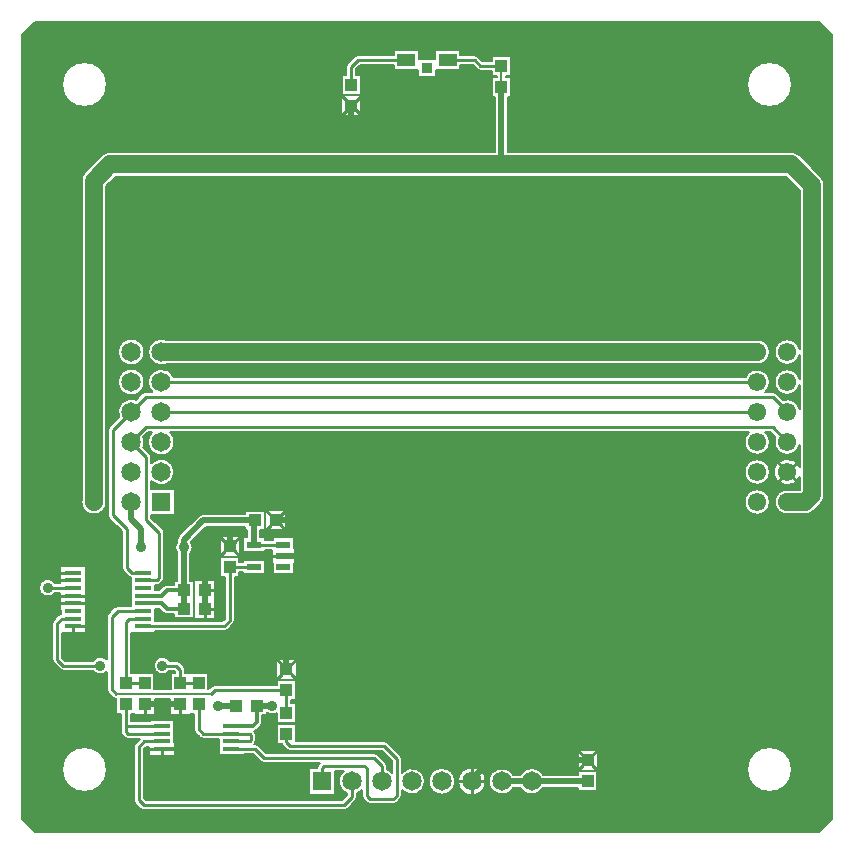
<source format=gbr>
G04 DesignSpark PCB PRO Gerber Version 10.0 Build 5299*
G04 #@! TF.Part,Single*
G04 #@! TF.FileFunction,Copper,L1,Top*
G04 #@! TF.FilePolarity,Positive*
%FSLAX36Y36*%
%MOIN*%
G04 #@! TA.AperFunction,SMDPad,CuDef*
%ADD75R,0.03937X0.04291*%
%ADD103R,0.03543X0.03543*%
G04 #@! TA.AperFunction,ComponentPad*
%ADD15R,0.06496X0.06496*%
G04 #@! TD.AperFunction*
%ADD26C,0.00500*%
%ADD10C,0.00787*%
%ADD14C,0.00984*%
%ADD11C,0.01000*%
%ADD99C,0.01181*%
%ADD73C,0.01969*%
G04 #@! TA.AperFunction,ViaPad*
%ADD12C,0.03543*%
G04 #@! TD.AperFunction*
%ADD100C,0.05906*%
G04 #@! TA.AperFunction,ViaPad*
%ADD101C,0.06000*%
G04 #@! TA.AperFunction,ComponentPad*
%ADD17C,0.06102*%
%ADD16C,0.06496*%
G04 #@! TA.AperFunction,SMDPad,CuDef*
%ADD104R,0.05807X0.01772*%
%ADD105R,0.04724X0.02362*%
%ADD81R,0.04291X0.03937*%
%ADD102R,0.05906X0.04331*%
G04 #@! TA.AperFunction,ComponentPad*
%ADD115C,0.39370*%
G04 #@! TD.AperFunction*
X0Y0D02*
D02*
D10*
X69744Y2689839D02*
Y73941D01*
X113311Y30374D01*
X2729209D01*
X2772776Y73941D01*
Y2689839D01*
X2729209Y2733406D01*
X113311D01*
X69744Y2689839D01*
X2733937Y2216256D02*
G75*
G02*
X2746063Y2187008I-29217J-29252D01*
G01*
Y1155512D01*
G75*
G02*
X2733937Y1126264I-41343J4D01*
G01*
X2710350Y1102677D01*
G75*
G02*
X2681102Y1090551I-29252J29217D01*
G01*
X2631122D01*
G75*
G02*
X2579724Y1131890I-9075J41339D01*
G01*
G75*
G02*
X2631122Y1173228I42323J0D01*
G01*
X2663386D01*
Y1215555D01*
G75*
G02*
X2577598Y1231890I-41339J16335D01*
G01*
G75*
G02*
X2663386Y1248224I44449J0D01*
G01*
Y1322815D01*
G75*
G02*
X2579724Y1331890I-41339J9075D01*
G01*
G75*
G02*
X2582728Y1347547I42327J-4D01*
G01*
X2566299Y1363976D01*
X2549646D01*
G75*
G02*
X2564370Y1331890I-27598J-32087D01*
G01*
G75*
G02*
X2479724I-42323J0D01*
G01*
G75*
G02*
X2494449Y1363976I42323J0D01*
G01*
X565965D01*
G75*
G02*
X579724Y1331890I-30531J-32087D01*
G01*
G75*
G02*
X491142I-44291J0D01*
G01*
G75*
G02*
X504902Y1363976I44291J0D01*
G01*
X490000D01*
X475906Y1349882D01*
G75*
G02*
X476264Y1314724I-40472J-17992D01*
G01*
X498031Y1292953D01*
G75*
G02*
X502953Y1281102I-11811J-11854D01*
G01*
Y1262004D01*
G75*
G02*
X579724Y1231890I32480J-30114D01*
G01*
G75*
G02*
X502953Y1201776I-44291J0D01*
G01*
Y1176181D01*
X579724D01*
Y1087598D01*
X502953D01*
Y1079764D01*
X541339Y1041378D01*
G75*
G02*
X546260Y1029528I-11811J-11854D01*
G01*
Y879921D01*
G75*
G02*
X541339Y868071I-16732J4D01*
G01*
X532520Y859252D01*
G75*
G02*
X520669Y854331I-11854J11811D01*
G01*
X514783D01*
Y837598D01*
X529079D01*
X542583Y851102D01*
G75*
G02*
X555118Y856299I12535J-12520D01*
G01*
X577402D01*
Y870079D01*
X589016D01*
Y960240D01*
G75*
G02*
Y1000390I21654J20075D01*
G01*
Y1006339D01*
G75*
G02*
X595358Y1021650I21654J0D01*
G01*
X659886Y1086177D01*
G75*
G02*
X675220Y1092520I15311J-15311D01*
G01*
X813622D01*
Y1102362D01*
X880157D01*
Y1039370D01*
X866142D01*
Y1013780D01*
X879921D01*
Y1006890D01*
X907480D01*
Y1013780D01*
X978346D01*
Y978504D01*
X980472D01*
Y927008D01*
X978346D01*
Y891732D01*
X907480D01*
Y927008D01*
X905354D01*
Y973425D01*
X879921D01*
Y966535D01*
X809055D01*
Y1013780D01*
X822835D01*
Y1039370D01*
X813622D01*
Y1049213D01*
X684165D01*
X633720Y998768D01*
G75*
G02*
X632323Y960240I-23051J-18453D01*
G01*
Y870079D01*
X643937D01*
Y744094D01*
X577402D01*
Y757874D01*
X555118D01*
G75*
G02*
X542583Y763071I0J17717D01*
G01*
X529079Y776575D01*
X514783D01*
Y734252D01*
X738150D01*
X747047Y743150D01*
Y880551D01*
X732283D01*
Y947087D01*
X795276D01*
Y932087D01*
X809055D01*
Y938976D01*
X879921D01*
Y891732D01*
X809055D01*
Y898622D01*
X795276D01*
Y880551D01*
X780512D01*
Y736256D01*
G75*
G02*
Y736228I-7933J-12D01*
G01*
G75*
G02*
Y736220I-6835J-4D01*
G01*
G75*
G02*
X775610Y724390I-16732J0D01*
G01*
X756909Y705689D01*
G75*
G02*
X745043Y700787I-11835J11831D01*
G01*
X514783D01*
Y696850D01*
X434055D01*
Y560394D01*
X511811D01*
Y507874D01*
X566929D01*
Y560394D01*
X581693D01*
Y565906D01*
X577717Y569882D01*
X563701D01*
G75*
G02*
X509843Y586614I-24331J16732D01*
G01*
G75*
G02*
X563701Y603346I29528J0D01*
G01*
X584646D01*
G75*
G02*
X596496Y598425I-4J-16732D01*
G01*
X610236Y584685D01*
G75*
G02*
X615157Y572835I-11811J-11854D01*
G01*
Y560394D01*
X692913D01*
Y507913D01*
X701201Y516201D01*
G75*
G02*
X713067Y521102I11835J-11831D01*
G01*
X921260D01*
Y537638D01*
X984252D01*
Y471102D01*
X969488D01*
Y461969D01*
X984252D01*
Y395433D01*
X921260D01*
Y427780D01*
G75*
G02*
X887165Y429618I-15748J24976D01*
G01*
Y421260D01*
X871614D01*
Y397638D01*
G75*
G02*
X866417Y385102I-17717J0D01*
G01*
X853638Y372323D01*
G75*
G02*
X845063Y367575I-12535J12524D01*
G01*
X846457Y366181D01*
G75*
G02*
X851378Y354331I-11811J-11854D01*
G01*
Y338583D01*
G75*
G02*
X846457Y326732I-16732J4D01*
G01*
X844528Y324803D01*
X849409D01*
G75*
G02*
X861260Y319882I-4J-16732D01*
G01*
X884882Y296260D01*
X1243272D01*
G75*
G02*
X1255138Y291358I31J-16732D01*
G01*
X1282697Y263799D01*
G75*
G02*
X1287598Y251969I-11831J-11831D01*
G01*
G75*
G02*
Y251961I-6835J-4D01*
G01*
G75*
G02*
Y251933I-7933J-12D01*
G01*
Y241795D01*
G75*
G02*
X1304134Y230028I-16728J-41008D01*
G01*
Y268661D01*
X1270630Y302165D01*
X964567D01*
G75*
G02*
X952717Y307087I4J16732D01*
G01*
X940945Y318858D01*
G75*
G02*
X936878Y325433I11811J11850D01*
G01*
X921260D01*
Y391969D01*
X984252D01*
Y335630D01*
X1277559D01*
G75*
G02*
X1289409Y330709I-4J-16732D01*
G01*
X1332677Y287441D01*
G75*
G02*
X1337598Y275591I-11811J-11854D01*
G01*
Y230028D01*
G75*
G02*
X1415157Y200787I33268J-29240D01*
G01*
G75*
G02*
X1337598Y171547I-44291J0D01*
G01*
Y153543D01*
G75*
G02*
X1332677Y141693I-16732J4D01*
G01*
X1320906Y129921D01*
G75*
G02*
X1309055Y125000I-11854J11811D01*
G01*
X1232283D01*
G75*
G02*
X1220433Y129921I4J16732D01*
G01*
X1208661Y141693D01*
G75*
G02*
X1203740Y153543I11811J11854D01*
G01*
Y171106D01*
G75*
G02*
X1187598Y159780I-32874J29685D01*
G01*
Y147244D01*
G75*
G02*
X1182677Y135394I-16732J4D01*
G01*
X1157520Y110236D01*
G75*
G02*
X1145669Y105315I-11854J11811D01*
G01*
X476413D01*
G75*
G02*
X464547Y110217I-31J16732D01*
G01*
X448799Y125965D01*
G75*
G02*
X443898Y137795I11831J11831D01*
G01*
G75*
G02*
Y137803I6835J4D01*
G01*
G75*
G02*
Y137831I7933J16D01*
G01*
Y314925D01*
G75*
G02*
Y314953I7933J16D01*
G01*
G75*
G02*
Y314961I6835J4D01*
G01*
G75*
G02*
X448799Y326791I16732J0D01*
G01*
X464528Y342520D01*
X424248D01*
G75*
G02*
X412382Y347421I-31J16732D01*
G01*
X405492Y354311D01*
G75*
G02*
X400591Y366142I11831J11831D01*
G01*
G75*
G02*
Y366150I6835J4D01*
G01*
G75*
G02*
Y366177I7933J16D01*
G01*
Y423858D01*
X385827D01*
Y475394D01*
G75*
G02*
X373996Y480295I0J16732D01*
G01*
X358248Y496043D01*
G75*
G02*
X353346Y507874I11831J11831D01*
G01*
G75*
G02*
Y507882I6835J4D01*
G01*
G75*
G02*
Y507909I7933J16D01*
G01*
Y565528D01*
G75*
G02*
X308346Y569882I-20669J21087D01*
G01*
X208661D01*
G75*
G02*
X196811Y574803I4J16732D01*
G01*
X177165Y594449D01*
G75*
G02*
X172244Y606299I11811J11854D01*
G01*
Y728346D01*
G75*
G02*
X177165Y740197I16732J-4D01*
G01*
X191890Y754921D01*
G75*
G02*
X201752Y759724I11854J-11811D01*
G01*
Y771496D01*
X199626D01*
Y828740D01*
X181811D01*
G75*
G02*
X127953Y845472I-24331J16732D01*
G01*
G75*
G02*
X181811Y862205I29528J0D01*
G01*
X199626D01*
Y919449D01*
X285571D01*
Y848268D01*
X283445D01*
Y842677D01*
X285571D01*
Y771496D01*
X283445D01*
Y740315D01*
X285571D01*
Y694724D01*
X205709D01*
Y613228D01*
X215591Y603346D01*
X308346D01*
G75*
G02*
X353346Y607701I24331J-16732D01*
G01*
Y748031D01*
G75*
G02*
X358268Y759882I16732J-4D01*
G01*
X378898Y780512D01*
G75*
G02*
X390748Y785433I11854J-11811D01*
G01*
X433091D01*
Y880386D01*
G75*
G02*
X425177Y884823I3921J16268D01*
G01*
X409429Y900571D01*
G75*
G02*
X404528Y912402I11831J11831D01*
G01*
G75*
G02*
Y912409I6835J4D01*
G01*
G75*
G02*
Y912437I7933J16D01*
G01*
Y1034409D01*
X362205Y1076732D01*
G75*
G02*
X357283Y1088583I11811J11854D01*
G01*
Y1370472D01*
G75*
G02*
X362205Y1382323I16732J-4D01*
G01*
X394602Y1414724D01*
G75*
G02*
X451476Y1473173I40831J17165D01*
G01*
X472402Y1494094D01*
G75*
G02*
X484252Y1499016I11854J-11811D01*
G01*
X505752D01*
G75*
G02*
X491142Y1531890I29681J32874D01*
G01*
G75*
G02*
X576441Y1548622I44291J0D01*
G01*
X2483173D01*
G75*
G02*
X2564370Y1531890I38874J-16732D01*
G01*
G75*
G02*
X2548705Y1499016I-42323J0D01*
G01*
X2573622D01*
G75*
G02*
X2585472Y1494094I-4J-16732D01*
G01*
X2607819Y1471748D01*
G75*
G02*
X2663386Y1440965I14228J-39858D01*
G01*
Y1522815D01*
G75*
G02*
X2579724Y1531890I-41339J9075D01*
G01*
G75*
G02*
X2663386Y1540965I42323J0D01*
G01*
Y1622815D01*
G75*
G02*
X2579724Y1631890I-41339J9075D01*
G01*
G75*
G02*
X2663386Y1640965I42323J0D01*
G01*
Y2169886D01*
X2616736Y2216535D01*
X383264D01*
X352362Y2185634D01*
Y1138157D01*
G75*
G02*
X352835Y1131890I-41343J-6268D01*
G01*
G75*
G02*
X269213I-41811J0D01*
G01*
G75*
G02*
X269685Y1138157I41815J0D01*
G01*
Y2202756D01*
G75*
G02*
X281811Y2232004I41343J-4D01*
G01*
X336894Y2287087D01*
G75*
G02*
X366142Y2299213I29252J-29217D01*
G01*
X1647638D01*
Y2482913D01*
X1637795D01*
Y2549449D01*
X1654980D01*
Y2552913D01*
X1637795D01*
Y2569449D01*
X1598894D01*
G75*
G02*
X1587028Y2574350I-31J16732D01*
G01*
X1573780Y2587598D01*
X1531496D01*
Y2570866D01*
X1450787D01*
Y2549213D01*
X1391732D01*
Y2570866D01*
X1311024D01*
Y2587598D01*
X1197874D01*
X1186024Y2575748D01*
Y2556457D01*
X1200787D01*
Y2489921D01*
X1137795D01*
Y2556457D01*
X1152559D01*
Y2582642D01*
G75*
G02*
Y2582669I7933J16D01*
G01*
G75*
G02*
Y2582677I6835J4D01*
G01*
G75*
G02*
X1157461Y2594508I16732J0D01*
G01*
X1179114Y2616161D01*
G75*
G02*
X1190980Y2621063I11835J-11831D01*
G01*
X1311024D01*
Y2637795D01*
X1393701D01*
Y2608268D01*
X1448819D01*
Y2637795D01*
X1531496D01*
Y2621063D01*
X1580673D01*
G75*
G02*
X1592539Y2616161I31J-16732D01*
G01*
X1605787Y2602913D01*
X1637795D01*
Y2619449D01*
X1700787D01*
Y2552913D01*
X1683602D01*
Y2549449D01*
X1700787D01*
Y2482913D01*
X1690945D01*
Y2299213D01*
X2633858D01*
G75*
G02*
X2663106Y2287087I-4J-41343D01*
G01*
X2733937Y2216256D01*
X391142Y1531890D02*
G75*
G02*
X479724I44291J0D01*
G01*
G75*
G02*
X391142I-44291J0D01*
G01*
Y1631890D02*
G75*
G02*
X479724I44291J0D01*
G01*
G75*
G02*
X391142I-44291J0D01*
G01*
X2512972Y1673228D02*
G75*
G02*
X2564370Y1631890I9075J-41339D01*
G01*
G75*
G02*
X2512972Y1590551I-42323J0D01*
G01*
X551335D01*
G75*
G02*
X491142Y1631890I-15902J41339D01*
G01*
G75*
G02*
X551335Y1673228I44291J0D01*
G01*
X2512972D01*
X881496Y1104488D02*
X952283D01*
Y1037244D01*
X881496D01*
Y1104488D01*
X1426575Y200787D02*
G75*
G02*
X1515157I44291J0D01*
G01*
G75*
G02*
X1426575I-44291J0D01*
G01*
X1524449D02*
G75*
G02*
X1617283I46417J0D01*
G01*
G75*
G02*
X1524449I-46417J0D01*
G01*
X1925197Y234488D02*
X1988189D01*
Y167953D01*
X1925197D01*
Y179134D01*
X1809504D01*
G75*
G02*
X1732228I-38638J21654D01*
G01*
X1709504D01*
G75*
G02*
X1626575Y200787I-38638J21654D01*
G01*
G75*
G02*
X1709504Y222441I44291J0D01*
G01*
X1732228D01*
G75*
G02*
X1809504I38638J-21654D01*
G01*
X1925197D01*
Y234488D01*
X1923071Y306614D02*
X1990315D01*
Y235827D01*
X1923071D01*
Y306614D01*
X2479724Y1131890D02*
G75*
G02*
X2564370I42323J0D01*
G01*
G75*
G02*
X2479724I-42323J0D01*
G01*
X2488189Y240157D02*
G75*
G02*
X2637795I74803J0D01*
G01*
G75*
G02*
X2488189I-74803J0D01*
G01*
X2479724Y1231890D02*
G75*
G02*
X2564370I42323J0D01*
G01*
G75*
G02*
X2479724I-42323J0D01*
G01*
X919134Y609764D02*
X986378D01*
Y538976D01*
X919134D01*
Y609764D01*
X730157Y1019213D02*
X797402D01*
Y948425D01*
X730157D01*
Y1019213D01*
X645276Y872205D02*
X716063D01*
Y741969D01*
X645276D01*
Y872205D01*
X204724Y240157D02*
G75*
G02*
X354331I74803J0D01*
G01*
G75*
G02*
X204724I-74803J0D01*
G01*
Y2523622D02*
G75*
G02*
X354331I74803J0D01*
G01*
G75*
G02*
X204724I-74803J0D01*
G01*
X1135669Y2488583D02*
X1202913D01*
Y2417795D01*
X1135669D01*
Y2488583D01*
X2488189Y2523622D02*
G75*
G02*
X2637795I74803J0D01*
G01*
G75*
G02*
X2488189I-74803J0D01*
G01*
X73681Y200787D02*
G36*
X73681Y200787D02*
Y70004D01*
X109374Y34311D01*
X2733146D01*
X2768839Y70004D01*
Y200787D01*
X2626594D01*
G75*
G02*
X2499390I-63602J39370D01*
G01*
X1988189D01*
Y167953D01*
X1925197D01*
Y179134D01*
X1809504D01*
G75*
G02*
X1732228I-38638J21654D01*
G01*
X1709504D01*
G75*
G02*
X1626575Y200787I-38638J21654D01*
G01*
X1617283D01*
G75*
G02*
X1524449I-46417J0D01*
G01*
X1515157D01*
G75*
G02*
X1426575I-44291J0D01*
G01*
X1415157D01*
G75*
G02*
Y200783I-112787J0D01*
G01*
G75*
G02*
X1337598Y171547I-44291J0D01*
G01*
Y153543D01*
G75*
G02*
X1332677Y141693I-16728J0D01*
G01*
X1320906Y129921D01*
G75*
G02*
X1309055Y125000I-11850J11803D01*
G01*
X1232283D01*
G75*
G02*
X1220433Y129921I0J16724D01*
G01*
X1208661Y141693D01*
G75*
G02*
X1203740Y153543I11807J11850D01*
G01*
Y171106D01*
G75*
G02*
X1187598Y159780I-32850J29650D01*
G01*
Y147244D01*
G75*
G02*
X1182677Y135394I-16728J0D01*
G01*
X1157520Y110236D01*
G75*
G02*
X1145669Y105315I-11850J11803D01*
G01*
X476413D01*
G75*
G02*
X464547Y110217I-31J16740D01*
G01*
X448799Y125965D01*
G75*
G02*
X443898Y137795I11854J11843D01*
G01*
Y137803D01*
Y137831D01*
Y200787D01*
X343130D01*
G75*
G02*
X215925I-63602J39370D01*
G01*
X73681D01*
G37*
Y271220D02*
G36*
X73681Y271220D02*
Y200787D01*
X215925D01*
G75*
G02*
X204724Y240157I63606J39374D01*
G01*
G75*
G02*
X211480Y271220I74807J-4D01*
G01*
X73681D01*
G37*
X354331Y240157D02*
G36*
X354331Y240157D02*
G75*
G02*
X343130Y200787I-74807J4D01*
G01*
X443898D01*
Y271220D01*
X347575D01*
G75*
G02*
X354331Y240157I-68051J-31067D01*
G01*
G37*
X1275276Y271220D02*
G36*
X1275276Y271220D02*
X1282697Y263799D01*
G75*
G02*
X1287598Y251969I-11854J-11843D01*
G01*
Y251961D01*
Y251933D01*
Y241795D01*
G75*
G02*
X1304134Y230028I-16728J-41008D01*
G01*
Y268661D01*
X1301575Y271220D01*
X1275276D01*
G37*
X1337598D02*
G36*
X1337598Y271220D02*
Y230028D01*
G75*
G02*
X1415157Y200791I33268J-29236D01*
G01*
G75*
G02*
Y200787I-112787J0D01*
G01*
X1426575D01*
G75*
G02*
X1515157I44291J0D01*
G01*
X1524449D01*
G75*
G02*
X1617283I46417J0D01*
G01*
X1626575D01*
G75*
G02*
X1709504Y222441I44291J0D01*
G01*
X1732228D01*
G75*
G02*
X1809504I38638J-21654D01*
G01*
X1925197D01*
Y234488D01*
X1988189D01*
Y200787D01*
X2499390D01*
G75*
G02*
X2488189Y240157I63606J39374D01*
G01*
G75*
G02*
X2494945Y271220I74807J-4D01*
G01*
X1990315D01*
Y235827D01*
X1923071D01*
Y271220D01*
X1337598D01*
G37*
X2637795Y240157D02*
G36*
X2637795Y240157D02*
G75*
G02*
X2626594Y200787I-74807J4D01*
G01*
X2768839D01*
Y271220D01*
X2631039D01*
G75*
G02*
X2637795Y240157I-68051J-31067D01*
G01*
G37*
X73681Y574370D02*
G36*
X73681Y574370D02*
Y271220D01*
X211480D01*
G75*
G02*
X347575I68047J-31063D01*
G01*
X443898D01*
Y314925D01*
Y314953D01*
Y314961D01*
G75*
G02*
X448799Y326791I16756J-12D01*
G01*
X464528Y342520D01*
X424248D01*
G75*
G02*
X412382Y347421I-31J16740D01*
G01*
X405492Y354311D01*
G75*
G02*
X400591Y366142I11854J11843D01*
G01*
Y366150D01*
Y366177D01*
Y423858D01*
X385827D01*
Y475394D01*
G75*
G02*
X373996Y480295I12J16756D01*
G01*
X358248Y496043D01*
G75*
G02*
X353346Y507874I11854J11843D01*
G01*
Y507882D01*
Y507909D01*
Y565528D01*
G75*
G02*
X308346Y569882I-20669J21091D01*
G01*
X208661D01*
G75*
G02*
X197260Y574370I0J16724D01*
G01*
X73681D01*
G37*
X434055D02*
G36*
X434055Y574370D02*
Y560394D01*
X511811D01*
Y507874D01*
X566929D01*
Y560394D01*
X581693D01*
Y565906D01*
X577717Y569882D01*
X563701D01*
G75*
G02*
X512500Y574370I-24331J16736D01*
G01*
X434055D01*
G37*
X615157Y572835D02*
G36*
X615157Y572835D02*
Y560394D01*
X692913D01*
Y507913D01*
X701201Y516201D01*
G75*
G02*
X713067Y521102I11835J-11839D01*
G01*
X921260D01*
Y537638D01*
X984252D01*
Y471102D01*
X969488D01*
Y461969D01*
X984252D01*
Y395433D01*
X921260D01*
Y427780D01*
G75*
G02*
X887165Y429618I-15748J24980D01*
G01*
Y421260D01*
X871614D01*
Y397638D01*
G75*
G02*
X866417Y385102I-17720J0D01*
G01*
X853638Y372323D01*
G75*
G02*
X845063Y367575I-12520J12492D01*
G01*
X846457Y366181D01*
G75*
G02*
X851378Y354331I-11807J-11850D01*
G01*
Y338583D01*
G75*
G02*
X846457Y326732I-16728J0D01*
G01*
X844528Y324803D01*
X849409D01*
G75*
G02*
X861260Y319882I0J-16724D01*
G01*
X884882Y296260D01*
X1243272D01*
G75*
G02*
X1255138Y291358I31J-16740D01*
G01*
X1275276Y271220D01*
X1301575D01*
X1270630Y302165D01*
X964567D01*
G75*
G02*
X952717Y307087I0J16724D01*
G01*
X940945Y318858D01*
G75*
G02*
X936878Y325433I11874J11890D01*
G01*
X921260D01*
Y391969D01*
X984252D01*
Y335630D01*
X1277559D01*
G75*
G02*
X1289409Y330709I0J-16724D01*
G01*
X1332677Y287441D01*
G75*
G02*
X1337598Y275591I-11807J-11850D01*
G01*
Y271220D01*
X1923071D01*
Y306614D01*
X1990315D01*
Y271220D01*
X2494945D01*
G75*
G02*
X2631039I68047J-31063D01*
G01*
X2768839D01*
Y574370D01*
X986378D01*
Y538976D01*
X919134D01*
Y574370D01*
X615087D01*
G75*
G02*
X615157Y572835I-16673J-1539D01*
G01*
G37*
X73681Y807087D02*
G36*
X73681Y807087D02*
Y574370D01*
X197260D01*
G75*
G02*
X196811Y574803I11402J12264D01*
G01*
X177165Y594449D01*
G75*
G02*
X172244Y606299I11807J11850D01*
G01*
Y728346D01*
G75*
G02*
X177165Y740197I16728J0D01*
G01*
X191890Y754921D01*
G75*
G02*
X201752Y759724I11862J-11827D01*
G01*
Y771496D01*
X199626D01*
Y807087D01*
X73681D01*
G37*
X205709Y694724D02*
G36*
X205709Y694724D02*
Y613228D01*
X215591Y603346D01*
X308346D01*
G75*
G02*
X353346Y607701I24331J-16736D01*
G01*
Y748031D01*
G75*
G02*
X358268Y759882I16728J0D01*
G01*
X378898Y780512D01*
G75*
G02*
X390748Y785433I11850J-11803D01*
G01*
X433091D01*
Y807087D01*
X285571D01*
Y771496D01*
X283445D01*
Y740315D01*
X285571D01*
Y694724D01*
X205709D01*
G37*
X434055Y696850D02*
G36*
X434055Y696850D02*
Y574370D01*
X512500D01*
G75*
G02*
X509843Y586614I26870J12244D01*
G01*
G75*
G02*
X563701Y603346I29528J-4D01*
G01*
X584646D01*
G75*
G02*
X596496Y598425I0J-16724D01*
G01*
X610236Y584685D01*
G75*
G02*
X615087Y574370I-11803J-11850D01*
G01*
X919134D01*
Y609764D01*
X986378D01*
Y574370D01*
X2768839D01*
Y807087D01*
X780512D01*
Y736256D01*
Y736228D01*
Y736220D01*
G75*
G02*
X775610Y724390I-16756J12D01*
G01*
X756909Y705689D01*
G75*
G02*
X745043Y700787I-11835J11839D01*
G01*
X514783D01*
Y696850D01*
X434055D01*
G37*
X514783Y776575D02*
G36*
X514783Y776575D02*
Y734252D01*
X738150D01*
X747047Y743150D01*
Y807087D01*
X716063D01*
Y741969D01*
X645276D01*
Y807087D01*
X643937D01*
Y744094D01*
X577402D01*
Y757874D01*
X555118D01*
G75*
G02*
X542583Y763071I0J17720D01*
G01*
X529079Y776575D01*
X514783D01*
G37*
X73681Y983819D02*
G36*
X73681Y983819D02*
Y807087D01*
X199626D01*
Y828740D01*
X181811D01*
G75*
G02*
X127953Y845472I-24331J16736D01*
G01*
G75*
G02*
X181811Y862205I29528J-4D01*
G01*
X199626D01*
Y919449D01*
X285571D01*
Y848268D01*
X283445D01*
Y842677D01*
X285571D01*
Y807087D01*
X433091D01*
Y880386D01*
G75*
G02*
X425177Y884823I3929J16287D01*
G01*
X409429Y900571D01*
G75*
G02*
X404528Y912402I11854J11843D01*
G01*
Y912409D01*
Y912437D01*
Y983819D01*
X73681D01*
G37*
X514783Y854331D02*
G36*
X514783Y854331D02*
Y837598D01*
X529079D01*
X542583Y851102D01*
G75*
G02*
X555118Y856299I12535J-12524D01*
G01*
X577402D01*
Y870079D01*
X589016D01*
Y960240D01*
G75*
G02*
X581142Y980315I21654J20075D01*
G01*
G75*
G02*
X581350Y983819I29528J0D01*
G01*
X546260D01*
Y879921D01*
G75*
G02*
X541339Y868071I-16728J0D01*
G01*
X532520Y859252D01*
G75*
G02*
X520669Y854331I-11850J11803D01*
G01*
X514783D01*
G37*
X632323Y960240D02*
G36*
X632323Y960240D02*
Y870079D01*
X643937D01*
Y807087D01*
X645276D01*
Y872205D01*
X716063D01*
Y807087D01*
X747047D01*
Y880551D01*
X732283D01*
Y947087D01*
X795276D01*
Y932087D01*
X809055D01*
Y938976D01*
X879921D01*
Y891732D01*
X809055D01*
Y898622D01*
X795276D01*
Y880551D01*
X780512D01*
Y807087D01*
X2768839D01*
Y983819D01*
X978346D01*
Y978504D01*
X980472D01*
Y927008D01*
X978346D01*
Y891732D01*
X907480D01*
Y927008D01*
X905354D01*
Y973425D01*
X879921D01*
Y966535D01*
X809055D01*
Y983819D01*
X797402D01*
Y948425D01*
X730157D01*
Y983819D01*
X639988D01*
G75*
G02*
X640197Y980315I-29319J-3504D01*
G01*
G75*
G02*
X632323Y960240I-29528J0D01*
G01*
G37*
X73681Y1070866D02*
G36*
X73681Y1070866D02*
Y983819D01*
X404528D01*
Y1034409D01*
X368071Y1070866D01*
X73681D01*
G37*
X511850D02*
G36*
X511850Y1070866D02*
X541339Y1041378D01*
G75*
G02*
X546260Y1029528I-11807J-11850D01*
G01*
Y983819D01*
X581350D01*
G75*
G02*
X589016Y1000390I29319J-3504D01*
G01*
Y1006339D01*
G75*
G02*
X595358Y1021650I21661J-4D01*
G01*
X644575Y1070866D01*
X511850D01*
G37*
X633720Y998768D02*
G36*
X633720Y998768D02*
G75*
G02*
X639988Y983819I-23051J-18453D01*
G01*
X730157D01*
Y1019213D01*
X797402D01*
Y983819D01*
X809055D01*
Y1013780D01*
X822835D01*
Y1039370D01*
X813622D01*
Y1049213D01*
X684165D01*
X633720Y998768D01*
G37*
X866142Y1039370D02*
G36*
X866142Y1039370D02*
Y1013780D01*
X879921D01*
Y1006890D01*
X907480D01*
Y1013780D01*
X978346D01*
Y983819D01*
X2768839D01*
Y1070866D01*
X952283D01*
Y1037244D01*
X881496D01*
Y1070866D01*
X880157D01*
Y1039370D01*
X866142D01*
G37*
X73681Y1131890D02*
G36*
X73681Y1131890D02*
Y1070866D01*
X368071D01*
X362205Y1076732D01*
G75*
G02*
X357283Y1088583I11807J11850D01*
G01*
Y1131890D01*
X352835D01*
G75*
G02*
X269213I-41811J0D01*
G01*
X73681D01*
G37*
X502953Y1087598D02*
G36*
X502953Y1087598D02*
Y1079764D01*
X511850Y1070866D01*
X644575D01*
X659886Y1086177D01*
G75*
G02*
X675220Y1092520I15319J-15331D01*
G01*
X813622D01*
Y1102362D01*
X880157D01*
Y1070866D01*
X881496D01*
Y1104488D01*
X952283D01*
Y1070866D01*
X2768839D01*
Y1131890D01*
X2738646D01*
G75*
G02*
X2733937Y1126264I-33945J23626D01*
G01*
X2710350Y1102677D01*
G75*
G02*
X2681102Y1090551I-29256J29232D01*
G01*
X2631122D01*
G75*
G02*
X2579724Y1131890I-9075J41339D01*
G01*
X2564370D01*
G75*
G02*
X2479724I-42323J0D01*
G01*
X579724D01*
Y1087598D01*
X502953D01*
G37*
X73681Y1231890D02*
G36*
X73681Y1231890D02*
Y1131890D01*
X269213D01*
G75*
G02*
Y1131894I75193J4D01*
G01*
G75*
G02*
X269685Y1138157I41772J0D01*
G01*
Y1231890D01*
X73681D01*
G37*
X352362D02*
G36*
X352362Y1231890D02*
Y1138157D01*
G75*
G02*
X352835Y1131894I-41299J-6264D01*
G01*
G75*
G02*
Y1131890I-75193J0D01*
G01*
X357283D01*
Y1231890D01*
X352362D01*
G37*
X502953Y1201776D02*
G36*
X502953Y1201776D02*
Y1176181D01*
X579724D01*
Y1131890D01*
X2479724D01*
G75*
G02*
X2564370I42323J0D01*
G01*
X2579724D01*
G75*
G02*
X2631122Y1173228I42323J0D01*
G01*
X2663386D01*
Y1215555D01*
G75*
G02*
X2577598Y1231890I-41339J16335D01*
G01*
X2564370D01*
G75*
G02*
X2479724I-42323J0D01*
G01*
X579724D01*
G75*
G02*
X502953Y1201776I-44291J0D01*
G01*
G37*
X2746063Y1155512D02*
G36*
X2746063Y1155512D02*
G75*
G02*
X2738646Y1131890I-41362J12D01*
G01*
X2768839D01*
Y1231890D01*
X2746063D01*
Y1155512D01*
G37*
X73681Y1371555D02*
G36*
X73681Y1371555D02*
Y1231890D01*
X269685D01*
Y1371555D01*
X73681D01*
G37*
X352362D02*
G36*
X352362Y1371555D02*
Y1231890D01*
X357283D01*
Y1370472D01*
G75*
G02*
X357319Y1371555I16752J-8D01*
G01*
X352362D01*
G37*
X479728Y1331890D02*
G36*
X479728Y1331890D02*
G75*
G02*
X476264Y1314724I-44276J4D01*
G01*
X498031Y1292953D01*
G75*
G02*
X502953Y1281102I-11807J-11850D01*
G01*
Y1262004D01*
G75*
G02*
X579724Y1231890I32480J-30114D01*
G01*
X2479724D01*
G75*
G02*
X2564370I42323J0D01*
G01*
X2577598D01*
G75*
G02*
X2663386Y1248224I44449J0D01*
G01*
Y1322815D01*
G75*
G02*
X2579724Y1331890I-41339J9075D01*
G01*
G75*
G02*
X2582728Y1347547I42413J-20D01*
G01*
X2566299Y1363976D01*
X2549646D01*
G75*
G02*
X2564370Y1331890I-27606J-32091D01*
G01*
G75*
G02*
X2479724I-42323J0D01*
G01*
G75*
G02*
X2494449Y1363976I42331J-4D01*
G01*
X565965D01*
G75*
G02*
X579724Y1331890I-30547J-32094D01*
G01*
G75*
G02*
X491142I-44291J0D01*
G01*
G75*
G02*
X504902Y1363976I44307J-8D01*
G01*
X490000D01*
X475906Y1349882D01*
G75*
G02*
X479728Y1331890I-40449J-17996D01*
G01*
G37*
X2746063Y1371555D02*
G36*
X2746063Y1371555D02*
Y1231890D01*
X2768839D01*
Y1371555D01*
X2746063D01*
G37*
X73681Y1531890D02*
G36*
X73681Y1531890D02*
Y1371555D01*
X269685D01*
Y1531890D01*
X73681D01*
G37*
X352362D02*
G36*
X352362Y1531890D02*
Y1371555D01*
X357319D01*
G75*
G02*
X362205Y1382323I16689J-1079D01*
G01*
X394602Y1414724D01*
G75*
G02*
X391142Y1431890I40827J17161D01*
G01*
G75*
G02*
X451476Y1473173I44291J0D01*
G01*
X472402Y1494094D01*
G75*
G02*
X484252Y1499016I11850J-11803D01*
G01*
X505752D01*
G75*
G02*
X491142Y1531890I29693J32882D01*
G01*
X479724D01*
G75*
G02*
X391142I-44291J0D01*
G01*
X352362D01*
G37*
X2564370Y1531878D02*
G36*
X2564370Y1531878D02*
G75*
G02*
X2548705Y1499016I-42303J0D01*
G01*
X2573622D01*
G75*
G02*
X2585472Y1494094I0J-16724D01*
G01*
X2607819Y1471748D01*
G75*
G02*
X2663386Y1440965I14228J-39862D01*
G01*
Y1522815D01*
G75*
G02*
X2579724Y1531890I-41339J9075D01*
G01*
X2564370D01*
G75*
G02*
Y1531878I-48339J-4D01*
G01*
G37*
X2746063Y1531890D02*
G36*
X2746063Y1531890D02*
Y1371555D01*
X2768839D01*
Y1531890D01*
X2746063D01*
G37*
X73681Y1631890D02*
G36*
X73681Y1631890D02*
Y1531890D01*
X269685D01*
Y1631890D01*
X73681D01*
G37*
X352362D02*
G36*
X352362Y1631890D02*
Y1531890D01*
X391142D01*
G75*
G02*
X479724I44291J0D01*
G01*
X491142D01*
G75*
G02*
X576441Y1548622I44291J-4D01*
G01*
X2483173D01*
G75*
G02*
X2564370Y1531890I38874J-16732D01*
G01*
X2579724D01*
G75*
G02*
X2663386Y1540965I42323J0D01*
G01*
Y1622815D01*
G75*
G02*
X2579724Y1631890I-41339J9075D01*
G01*
X2564370D01*
G75*
G02*
X2512972Y1590551I-42323J0D01*
G01*
X551335D01*
G75*
G02*
X491142Y1631886I-15906J41335D01*
G01*
G75*
G02*
Y1631890I75193J4D01*
G01*
X479724D01*
G75*
G02*
X391142I-44291J0D01*
G01*
X352362D01*
G37*
X2746063D02*
G36*
X2746063Y1631890D02*
Y1531890D01*
X2768839D01*
Y1631890D01*
X2746063D01*
G37*
X73681Y2453189D02*
G36*
X73681Y2453189D02*
Y1631890D01*
X269685D01*
Y2202756D01*
G75*
G02*
X281811Y2232004I41358J-8D01*
G01*
X336894Y2287087D01*
G75*
G02*
X366142Y2299213I29256J-29232D01*
G01*
X1647638D01*
Y2453189D01*
X1202913D01*
Y2417795D01*
X1135669D01*
Y2453189D01*
X304720D01*
G75*
G02*
X254335I-25193J70433D01*
G01*
X73681D01*
G37*
X352362Y2185634D02*
G36*
X352362Y2185634D02*
Y1631890D01*
X391142D01*
G75*
G02*
X479724I44291J0D01*
G01*
X491142D01*
G75*
G02*
Y1631894I75193J4D01*
G01*
G75*
G02*
X551335Y1673228I44287J0D01*
G01*
X2512972D01*
G75*
G02*
X2564370Y1631890I9075J-41339D01*
G01*
X2579724D01*
G75*
G02*
X2663386Y1640965I42323J0D01*
G01*
Y2169886D01*
X2616736Y2216535D01*
X383264D01*
X352362Y2185634D01*
G37*
X1690945Y2453189D02*
G36*
X1690945Y2453189D02*
Y2299213D01*
X2633858D01*
G75*
G02*
X2663106Y2287087I-8J-41358D01*
G01*
X2733937Y2216256D01*
G75*
G02*
X2746063Y2187008I-29232J-29256D01*
G01*
Y1631890D01*
X2768839D01*
Y2453189D01*
X2588185D01*
G75*
G02*
X2537799I-25193J70433D01*
G01*
X1690945D01*
G37*
X73681Y2523622D02*
G36*
X73681Y2523622D02*
Y2453189D01*
X254335D01*
G75*
G02*
X204724Y2523622I25193J70433D01*
G01*
X73681D01*
G37*
X354331D02*
G36*
X354331Y2523622D02*
G75*
G02*
X304720Y2453189I-74803J0D01*
G01*
X1135669D01*
Y2488583D01*
X1202913D01*
Y2453189D01*
X1647638D01*
Y2482913D01*
X1637795D01*
Y2523622D01*
X1200787D01*
Y2489921D01*
X1137795D01*
Y2523622D01*
X354331D01*
G37*
X1690945Y2482913D02*
G36*
X1690945Y2482913D02*
Y2453189D01*
X2537799D01*
G75*
G02*
X2488189Y2523622I25193J70433D01*
G01*
X1700787D01*
Y2482913D01*
X1690945D01*
G37*
X2637795Y2523622D02*
G36*
X2637795Y2523622D02*
G75*
G02*
X2588185Y2453189I-74803J0D01*
G01*
X2768839D01*
Y2523622D01*
X2637795D01*
G37*
X73681Y2693776D02*
G36*
X73681Y2693776D02*
Y2523622D01*
X204724D01*
G75*
G02*
X354331I74803J0D01*
G01*
X1137795D01*
Y2556457D01*
X1152559D01*
Y2582642D01*
Y2582669D01*
Y2582677D01*
G75*
G02*
X1157461Y2594508I16756J-12D01*
G01*
X1179114Y2616161D01*
G75*
G02*
X1190980Y2621063I11835J-11839D01*
G01*
X1311024D01*
Y2637795D01*
X1393701D01*
Y2608268D01*
X1448819D01*
Y2637795D01*
X1531496D01*
Y2621063D01*
X1580673D01*
G75*
G02*
X1592539Y2616161I31J-16740D01*
G01*
X1605787Y2602913D01*
X1637795D01*
Y2619449D01*
X1700787D01*
Y2552913D01*
X1683602D01*
Y2549449D01*
X1700787D01*
Y2523622D01*
X2488189D01*
G75*
G02*
X2637795I74803J0D01*
G01*
X2768839D01*
Y2693776D01*
X2733146Y2729469D01*
X109374D01*
X73681Y2693776D01*
G37*
X1186024Y2575748D02*
G36*
X1186024Y2575748D02*
Y2556457D01*
X1200787D01*
Y2523622D01*
X1637795D01*
Y2549449D01*
X1654980D01*
Y2552913D01*
X1637795D01*
Y2569449D01*
X1598894D01*
G75*
G02*
X1587028Y2574350I-31J16740D01*
G01*
X1573780Y2587598D01*
X1531496D01*
Y2570866D01*
X1450787D01*
Y2549213D01*
X1391732D01*
Y2570866D01*
X1311024D01*
Y2587598D01*
X1197874D01*
X1186024Y2575748D01*
G37*
X385827Y492126D02*
X700787D01*
X434055Y423858D02*
Y401575D01*
X497028D01*
Y405512D01*
X578720D01*
Y330866D01*
X580846D01*
Y285276D01*
X494902D01*
Y316929D01*
X486260D01*
X477362Y308031D01*
Y144724D01*
X483307Y138780D01*
X1138740D01*
X1154134Y154173D01*
Y159780D01*
G75*
G02*
X1143028Y235236I16732J41008D01*
G01*
X1115157D01*
Y156496D01*
X1026575D01*
Y245079D01*
X1054161D01*
G75*
G02*
X1059055Y255945I16705J-988D01*
G01*
X1065906Y262795D01*
X877953D01*
G75*
G02*
X866102Y267717I4J16732D01*
G01*
X842480Y291339D01*
X810059D01*
Y287402D01*
X728366D01*
Y342520D01*
X676181D01*
G75*
G02*
X664331Y347441I4J16732D01*
G01*
X649606Y362165D01*
G75*
G02*
X644685Y374016I11811J11854D01*
G01*
Y423858D01*
X632047D01*
Y421732D01*
X564803D01*
Y476378D01*
X513937D01*
Y421732D01*
X446693D01*
Y423858D01*
X434055D01*
G36*
X434055Y423858D02*
Y401575D01*
X497028D01*
Y405512D01*
X578720D01*
Y330866D01*
X580846D01*
Y285276D01*
X494902D01*
Y316929D01*
X486260D01*
X477362Y308031D01*
Y144724D01*
X483307Y138780D01*
X1138740D01*
X1154134Y154173D01*
Y159780D01*
G75*
G02*
X1143028Y235236I16732J41008D01*
G01*
X1115157D01*
Y156496D01*
X1026575D01*
Y245079D01*
X1054161D01*
G75*
G02*
X1059055Y255945I16705J-988D01*
G01*
X1065906Y262795D01*
X877953D01*
G75*
G02*
X866102Y267717I4J16732D01*
G01*
X842480Y291339D01*
X810059D01*
Y287402D01*
X728366D01*
Y342520D01*
X676181D01*
G75*
G02*
X664331Y347441I4J16732D01*
G01*
X649606Y362165D01*
G75*
G02*
X644685Y374016I11811J11854D01*
G01*
Y423858D01*
X632047D01*
Y421732D01*
X564803D01*
Y476378D01*
X513937D01*
Y421732D01*
X446693D01*
Y423858D01*
X434055D01*
G37*
D02*
D11*
X218563Y794291D02*
X198563D01*
X218563Y819882D02*
X198563D01*
X242598Y713661D02*
Y693661D01*
X266634Y717520D02*
X286634D01*
X266634Y794291D02*
X286634D01*
X266634Y819882D02*
X286634D01*
X480315Y440669D02*
Y420669D01*
X495000Y457126D02*
X515000D01*
X513839Y308071D02*
X493839D01*
X537874Y304213D02*
Y284213D01*
X561909Y308071D02*
X581909D01*
X583740Y457126D02*
X563740D01*
X598425Y440669D02*
Y420669D01*
X680669Y760906D02*
Y740906D01*
Y853268D02*
Y873268D01*
X697126Y775591D02*
X717126D01*
X697126Y838583D02*
X717126D01*
X747630Y967669D02*
X729094Y949134D01*
X747630Y999969D02*
X729094Y1018504D01*
X779929Y967669D02*
X798465Y949134D01*
X779929Y999969D02*
X798465Y1018504D01*
X900740Y1054717D02*
X882205Y1036181D01*
X900740Y1087016D02*
X882205Y1105551D01*
X924291Y952756D02*
X904291D01*
X933039Y1054717D02*
X951575Y1036181D01*
X933039Y1087016D02*
X951575Y1105551D01*
X936606Y558220D02*
X918071Y539685D01*
X936606Y590520D02*
X918071Y609055D01*
X961535Y952756D02*
X981535D01*
X968906Y558220D02*
X987441Y539685D01*
X968906Y590520D02*
X987441Y609055D01*
X1153142Y2437039D02*
X1134606Y2418504D01*
X1153142Y2469339D02*
X1134606Y2487874D01*
X1185441Y2437039D02*
X1203976Y2418504D01*
X1185441Y2469339D02*
X1203976Y2487874D01*
X1543386Y200787D02*
X1523386D01*
X1570866Y173307D02*
Y153307D01*
Y228268D02*
Y248268D01*
X1598346Y200787D02*
X1618346D01*
X1940543Y255071D02*
X1922008Y236535D01*
X1940543Y287370D02*
X1922008Y305906D01*
X1972843Y255071D02*
X1991378Y236535D01*
X1972843Y287370D02*
X1991378Y305906D01*
X2604008Y1213850D02*
X2589866Y1199709D01*
X2604008Y1249929D02*
X2589866Y1264071D01*
X2640087Y1213850D02*
X2654228Y1199709D01*
X2640087Y1249929D02*
X2654228Y1264071D01*
D02*
D12*
X157480Y845472D03*
X224409Y964567D03*
X242520Y680709D03*
X330709Y775591D03*
Y838583D03*
X332677Y586614D03*
X468504Y980315D03*
X538189Y456693D03*
X539370Y586614D03*
X610669Y980315D03*
X618110Y326772D03*
X633858Y669291D03*
Y1303150D03*
Y1850394D03*
Y2169291D03*
X681102Y889764D03*
X724409Y452756D03*
X763780Y1031496D03*
X905512Y452756D03*
X952756Y629921D03*
X976378Y1070866D03*
X996063Y952756D03*
X1027559Y669291D03*
Y988189D03*
Y1303150D03*
Y1850394D03*
Y2169291D03*
Y2562992D03*
X1169291Y2393701D03*
X1421260Y669291D03*
Y988189D03*
Y1303150D03*
X1814961Y669291D03*
Y988189D03*
Y1303150D03*
Y1850394D03*
Y2169291D03*
Y2562992D03*
X2208661Y669291D03*
Y988189D03*
Y1303150D03*
Y1850394D03*
Y2169291D03*
Y2562992D03*
D02*
D14*
X185039Y896654D02*
Y925197D01*
X224409Y964567D01*
X242598Y717520D02*
Y680787D01*
X242520Y680709D01*
X242598Y794291D02*
X312008D01*
X330709Y775591D01*
X242598Y819882D02*
X312008D01*
X330709Y838583D01*
X242598Y845472D02*
X157480D01*
X242598Y871063D02*
X185039D01*
Y896654D01*
X242598D02*
X185039D01*
X332677Y586614D02*
X208661D01*
X188976Y606299D01*
Y728346D01*
X203740Y743110D01*
X242598D01*
X417323Y457126D02*
Y384843D01*
Y527126D02*
X480315D01*
X435433Y1331890D02*
Y1330709D01*
X433071D01*
X483071Y1380709D01*
X2573228D01*
X2622047Y1331890D01*
X435433Y1431890D02*
Y1433465D01*
X484252Y1482283D01*
X2573622D01*
X2622047Y1433858D01*
Y1431890D01*
X473937Y717520D02*
X745079D01*
X763780Y736220D01*
Y913819D01*
X473937Y743110D02*
X428150D01*
X417323Y732283D01*
Y527126D01*
X473937Y768701D02*
X390748D01*
X370079Y748031D01*
Y507874D01*
X385827Y492126D01*
X473937Y871063D02*
X520669D01*
X529528Y879921D01*
Y1029528D01*
X486220Y1072835D01*
Y1281102D01*
X435433Y1331890D01*
X473937Y896654D02*
X437008D01*
X421260Y912402D01*
Y1041339D01*
X374016Y1088583D01*
Y1370472D01*
X435433Y1431890D01*
X535433D02*
X2522047D01*
X535433Y1531890D02*
X2522047D01*
X537874Y333661D02*
X479331D01*
X460630Y314961D01*
Y137795D01*
X476378Y122047D01*
X1145669D01*
X1170866Y147244D01*
Y200787D01*
X537874Y359252D02*
X424213D01*
X417323Y366142D01*
Y384843D01*
X537874D02*
X417323D01*
X539370Y586614D02*
X584646D01*
X598425Y572835D01*
Y527126D01*
X661417Y457126D02*
Y374016D01*
X676181Y359252D01*
X769213D01*
X661417Y527126D02*
X598425D01*
X700787Y492126D02*
X713031Y504370D01*
X952756D01*
X769213Y308071D02*
X849409D01*
X877953Y279528D01*
X1243307D01*
X1270866Y251969D01*
Y200787D01*
X769213Y359252D02*
X829724D01*
X834646Y354331D01*
Y338583D01*
X829724Y333661D01*
X769213D01*
X844488Y915354D02*
X765315D01*
X763780Y913819D01*
X942913Y990157D02*
X844488D01*
X952756Y428701D02*
Y504370D01*
X1070866Y200787D02*
Y244094D01*
X1078740Y251969D01*
X1212598D01*
X1220472Y244094D01*
Y153543D01*
X1232283Y141732D01*
X1309055D01*
X1320866Y153543D01*
Y275591D01*
X1277559Y318898D01*
X964567D01*
X952756Y330709D01*
Y358701D01*
X1169291Y2523189D02*
Y2582677D01*
X1190945Y2604331D01*
X1352362D01*
X1490157D02*
X1580709D01*
X1598858Y2586181D01*
X1669291D01*
D02*
D15*
X535433Y1131890D03*
X1070866Y200787D03*
D02*
D16*
X435433Y1131890D03*
Y1231890D03*
Y1331890D03*
Y1431890D03*
Y1531890D03*
Y1631890D03*
X535433Y1231890D03*
Y1331890D03*
Y1431890D03*
Y1531890D03*
Y1631890D03*
X1170866Y200787D03*
X1270866D03*
X1370866D03*
X1470866D03*
X1570866D03*
X1670866D03*
X1770866D03*
D02*
D17*
X2522047Y1131890D03*
Y1231890D03*
Y1331890D03*
Y1431890D03*
Y1531890D03*
Y1631890D03*
X2622047Y1131890D03*
Y1231890D03*
Y1331890D03*
Y1431890D03*
Y1531890D03*
Y1631890D03*
D02*
D26*
X1669291Y2526181D02*
Y2576181D01*
D02*
D73*
X435433Y1131890D02*
Y1076378D01*
X468504Y1043307D01*
Y980315D01*
X480315Y457126D02*
X598425D01*
X610669Y775591D02*
Y838583D01*
Y980315D01*
X680669Y775591D02*
Y838583D01*
Y889331D01*
X681102Y889764D01*
X763780Y983819D02*
Y1031496D01*
X783898Y452756D02*
X724409D01*
X844488Y990157D02*
Y1068465D01*
X846890Y1070866D01*
X675197D01*
X610669Y1006339D01*
Y980315D01*
X853898Y452756D02*
X905512D01*
X916890Y1070866D02*
X976378D01*
X942913Y952756D02*
X996063D01*
X952756Y574370D02*
Y629921D01*
X1169291Y2453189D02*
Y2393701D01*
X1669291Y2516181D02*
Y2257874D01*
X1670866Y200787D02*
X1770866D01*
X1956260D01*
X1956693Y201220D01*
Y271220D02*
X1633425D01*
X1570866Y208661D01*
Y200787D01*
D02*
D75*
X417323Y457126D03*
Y527126D03*
X480315Y457126D03*
Y527126D03*
X598425Y457126D03*
Y527126D03*
X661417Y457126D03*
Y527126D03*
X763780Y913819D03*
Y983819D03*
X952756Y358701D03*
Y428701D03*
Y504370D03*
Y574370D03*
X1169291Y2453189D03*
Y2523189D03*
X1669291Y2516181D03*
Y2586181D03*
X1956693Y201220D03*
Y271220D03*
D02*
D81*
X610669Y775591D03*
Y838583D03*
X680669Y775591D03*
Y838583D03*
X783898Y452756D03*
X846890Y1070866D03*
X853898Y452756D03*
X916890Y1070866D03*
D02*
D99*
X473937Y794291D02*
X536417D01*
X555118Y775591D01*
X610669D01*
X473937Y819882D02*
X536417D01*
X555118Y838583D01*
X610669D01*
X537874Y308071D02*
X599409D01*
X618110Y326772D01*
X769213Y384843D02*
X841102D01*
X853898Y397638D01*
Y452756D01*
D02*
D100*
X311024Y1131890D02*
Y2202756D01*
X366142Y2257874D01*
X1669291D01*
X535433Y1631890D02*
X2522047D01*
X1669291Y2257874D02*
X2633858D01*
X2704724Y2187008D01*
Y1155512D01*
X2681102Y1131890D01*
X2622047D01*
D02*
D101*
X311024D03*
D02*
D102*
X1352362Y2604331D03*
X1490157D03*
D02*
D103*
X1421260Y2578740D03*
D02*
D104*
X242598Y717520D03*
Y743110D03*
Y768701D03*
Y794291D03*
Y819882D03*
Y845472D03*
Y871063D03*
Y896654D03*
X473937Y717520D03*
Y743110D03*
Y768701D03*
Y794291D03*
Y819882D03*
Y845472D03*
Y871063D03*
Y896654D03*
X537874Y308071D03*
Y333661D03*
Y359252D03*
Y384843D03*
X769213Y308071D03*
Y333661D03*
Y359252D03*
Y384843D03*
D02*
D105*
X844488Y915354D03*
Y990157D03*
X942913Y915354D03*
Y952756D03*
Y990157D03*
D02*
D115*
X1421260Y1915157D03*
X0Y0D02*
M02*

</source>
